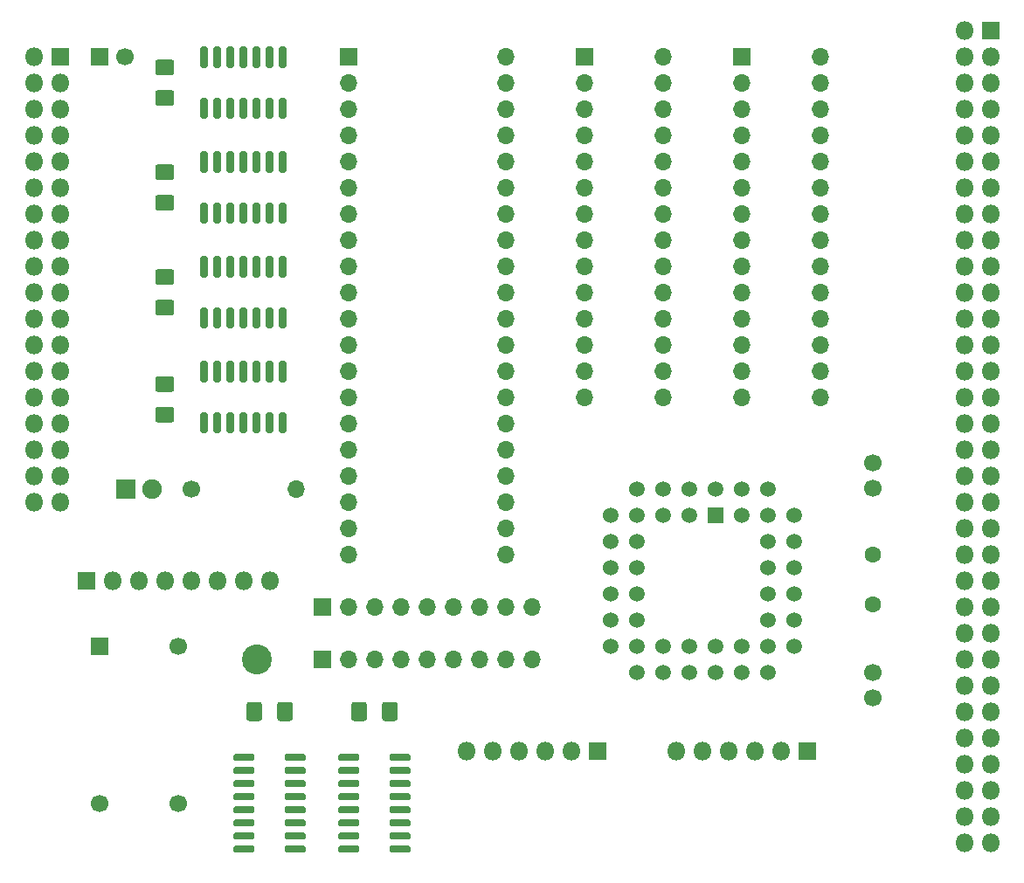
<source format=gts>
%TF.GenerationSoftware,KiCad,Pcbnew,(5.1.6-0-10_14)*%
%TF.CreationDate,2021-04-25T21:39:23+02:00*%
%TF.ProjectId,Z80_Dev_Board,5a38305f-4465-4765-9f42-6f6172642e6b,rev?*%
%TF.SameCoordinates,Original*%
%TF.FileFunction,Soldermask,Top*%
%TF.FilePolarity,Negative*%
%FSLAX46Y46*%
G04 Gerber Fmt 4.6, Leading zero omitted, Abs format (unit mm)*
G04 Created by KiCad (PCBNEW (5.1.6-0-10_14)) date 2021-04-25 21:39:23*
%MOMM*%
%LPD*%
G01*
G04 APERTURE LIST*
%ADD10O,1.800000X1.800000*%
%ADD11R,1.800000X1.800000*%
%ADD12O,1.700000X1.700000*%
%ADD13R,1.700000X1.700000*%
%ADD14C,2.900000*%
%ADD15C,1.700000*%
%ADD16R,1.900000X1.900000*%
%ADD17C,1.900000*%
%ADD18R,1.522400X1.522400*%
%ADD19C,1.522400*%
%ADD20C,1.600000*%
G04 APERTURE END LIST*
D10*
X181610000Y-137160000D03*
X184150000Y-137160000D03*
X181610000Y-134620000D03*
X184150000Y-134620000D03*
X181610000Y-132080000D03*
X184150000Y-132080000D03*
X181610000Y-129540000D03*
X184150000Y-129540000D03*
X181610000Y-127000000D03*
X184150000Y-127000000D03*
X181610000Y-124460000D03*
X184150000Y-124460000D03*
X181610000Y-121920000D03*
X184150000Y-121920000D03*
X181610000Y-119380000D03*
X184150000Y-119380000D03*
X181610000Y-116840000D03*
X184150000Y-116840000D03*
X181610000Y-114300000D03*
X184150000Y-114300000D03*
X181610000Y-111760000D03*
X184150000Y-111760000D03*
X181610000Y-109220000D03*
X184150000Y-109220000D03*
X181610000Y-106680000D03*
X184150000Y-106680000D03*
X181610000Y-104140000D03*
X184150000Y-104140000D03*
X181610000Y-101600000D03*
X184150000Y-101600000D03*
X181610000Y-99060000D03*
X184150000Y-99060000D03*
X181610000Y-96520000D03*
X184150000Y-96520000D03*
X181610000Y-93980000D03*
X184150000Y-93980000D03*
X181610000Y-91440000D03*
X184150000Y-91440000D03*
X181610000Y-88900000D03*
X184150000Y-88900000D03*
X181610000Y-86360000D03*
X184150000Y-86360000D03*
X181610000Y-83820000D03*
X184150000Y-83820000D03*
X181610000Y-81280000D03*
X184150000Y-81280000D03*
X181610000Y-78740000D03*
X184150000Y-78740000D03*
X181610000Y-76200000D03*
X184150000Y-76200000D03*
X181610000Y-73660000D03*
X184150000Y-73660000D03*
X181610000Y-71120000D03*
X184150000Y-71120000D03*
X181610000Y-68580000D03*
X184150000Y-68580000D03*
X181610000Y-66040000D03*
X184150000Y-66040000D03*
X181610000Y-63500000D03*
X184150000Y-63500000D03*
X181610000Y-60960000D03*
X184150000Y-60960000D03*
X181610000Y-58420000D03*
D11*
X184150000Y-58420000D03*
G36*
G01*
X125185000Y-125117456D02*
X125185000Y-123802544D01*
G75*
G02*
X125452544Y-123535000I267544J0D01*
G01*
X126442456Y-123535000D01*
G75*
G02*
X126710000Y-123802544I0J-267544D01*
G01*
X126710000Y-125117456D01*
G75*
G02*
X126442456Y-125385000I-267544J0D01*
G01*
X125452544Y-125385000D01*
G75*
G02*
X125185000Y-125117456I0J267544D01*
G01*
G37*
G36*
G01*
X122210000Y-125117456D02*
X122210000Y-123802544D01*
G75*
G02*
X122477544Y-123535000I267544J0D01*
G01*
X123467456Y-123535000D01*
G75*
G02*
X123735000Y-123802544I0J-267544D01*
G01*
X123735000Y-125117456D01*
G75*
G02*
X123467456Y-125385000I-267544J0D01*
G01*
X122477544Y-125385000D01*
G75*
G02*
X122210000Y-125117456I0J267544D01*
G01*
G37*
G36*
G01*
X125910000Y-129080000D02*
X125910000Y-128730000D01*
G75*
G02*
X126085000Y-128555000I175000J0D01*
G01*
X127785000Y-128555000D01*
G75*
G02*
X127960000Y-128730000I0J-175000D01*
G01*
X127960000Y-129080000D01*
G75*
G02*
X127785000Y-129255000I-175000J0D01*
G01*
X126085000Y-129255000D01*
G75*
G02*
X125910000Y-129080000I0J175000D01*
G01*
G37*
G36*
G01*
X125910000Y-130350000D02*
X125910000Y-130000000D01*
G75*
G02*
X126085000Y-129825000I175000J0D01*
G01*
X127785000Y-129825000D01*
G75*
G02*
X127960000Y-130000000I0J-175000D01*
G01*
X127960000Y-130350000D01*
G75*
G02*
X127785000Y-130525000I-175000J0D01*
G01*
X126085000Y-130525000D01*
G75*
G02*
X125910000Y-130350000I0J175000D01*
G01*
G37*
G36*
G01*
X125910000Y-131620000D02*
X125910000Y-131270000D01*
G75*
G02*
X126085000Y-131095000I175000J0D01*
G01*
X127785000Y-131095000D01*
G75*
G02*
X127960000Y-131270000I0J-175000D01*
G01*
X127960000Y-131620000D01*
G75*
G02*
X127785000Y-131795000I-175000J0D01*
G01*
X126085000Y-131795000D01*
G75*
G02*
X125910000Y-131620000I0J175000D01*
G01*
G37*
G36*
G01*
X125910000Y-132890000D02*
X125910000Y-132540000D01*
G75*
G02*
X126085000Y-132365000I175000J0D01*
G01*
X127785000Y-132365000D01*
G75*
G02*
X127960000Y-132540000I0J-175000D01*
G01*
X127960000Y-132890000D01*
G75*
G02*
X127785000Y-133065000I-175000J0D01*
G01*
X126085000Y-133065000D01*
G75*
G02*
X125910000Y-132890000I0J175000D01*
G01*
G37*
G36*
G01*
X125910000Y-134160000D02*
X125910000Y-133810000D01*
G75*
G02*
X126085000Y-133635000I175000J0D01*
G01*
X127785000Y-133635000D01*
G75*
G02*
X127960000Y-133810000I0J-175000D01*
G01*
X127960000Y-134160000D01*
G75*
G02*
X127785000Y-134335000I-175000J0D01*
G01*
X126085000Y-134335000D01*
G75*
G02*
X125910000Y-134160000I0J175000D01*
G01*
G37*
G36*
G01*
X125910000Y-135430000D02*
X125910000Y-135080000D01*
G75*
G02*
X126085000Y-134905000I175000J0D01*
G01*
X127785000Y-134905000D01*
G75*
G02*
X127960000Y-135080000I0J-175000D01*
G01*
X127960000Y-135430000D01*
G75*
G02*
X127785000Y-135605000I-175000J0D01*
G01*
X126085000Y-135605000D01*
G75*
G02*
X125910000Y-135430000I0J175000D01*
G01*
G37*
G36*
G01*
X125910000Y-136700000D02*
X125910000Y-136350000D01*
G75*
G02*
X126085000Y-136175000I175000J0D01*
G01*
X127785000Y-136175000D01*
G75*
G02*
X127960000Y-136350000I0J-175000D01*
G01*
X127960000Y-136700000D01*
G75*
G02*
X127785000Y-136875000I-175000J0D01*
G01*
X126085000Y-136875000D01*
G75*
G02*
X125910000Y-136700000I0J175000D01*
G01*
G37*
G36*
G01*
X125910000Y-137970000D02*
X125910000Y-137620000D01*
G75*
G02*
X126085000Y-137445000I175000J0D01*
G01*
X127785000Y-137445000D01*
G75*
G02*
X127960000Y-137620000I0J-175000D01*
G01*
X127960000Y-137970000D01*
G75*
G02*
X127785000Y-138145000I-175000J0D01*
G01*
X126085000Y-138145000D01*
G75*
G02*
X125910000Y-137970000I0J175000D01*
G01*
G37*
G36*
G01*
X120960000Y-137970000D02*
X120960000Y-137620000D01*
G75*
G02*
X121135000Y-137445000I175000J0D01*
G01*
X122835000Y-137445000D01*
G75*
G02*
X123010000Y-137620000I0J-175000D01*
G01*
X123010000Y-137970000D01*
G75*
G02*
X122835000Y-138145000I-175000J0D01*
G01*
X121135000Y-138145000D01*
G75*
G02*
X120960000Y-137970000I0J175000D01*
G01*
G37*
G36*
G01*
X120960000Y-136700000D02*
X120960000Y-136350000D01*
G75*
G02*
X121135000Y-136175000I175000J0D01*
G01*
X122835000Y-136175000D01*
G75*
G02*
X123010000Y-136350000I0J-175000D01*
G01*
X123010000Y-136700000D01*
G75*
G02*
X122835000Y-136875000I-175000J0D01*
G01*
X121135000Y-136875000D01*
G75*
G02*
X120960000Y-136700000I0J175000D01*
G01*
G37*
G36*
G01*
X120960000Y-135430000D02*
X120960000Y-135080000D01*
G75*
G02*
X121135000Y-134905000I175000J0D01*
G01*
X122835000Y-134905000D01*
G75*
G02*
X123010000Y-135080000I0J-175000D01*
G01*
X123010000Y-135430000D01*
G75*
G02*
X122835000Y-135605000I-175000J0D01*
G01*
X121135000Y-135605000D01*
G75*
G02*
X120960000Y-135430000I0J175000D01*
G01*
G37*
G36*
G01*
X120960000Y-134160000D02*
X120960000Y-133810000D01*
G75*
G02*
X121135000Y-133635000I175000J0D01*
G01*
X122835000Y-133635000D01*
G75*
G02*
X123010000Y-133810000I0J-175000D01*
G01*
X123010000Y-134160000D01*
G75*
G02*
X122835000Y-134335000I-175000J0D01*
G01*
X121135000Y-134335000D01*
G75*
G02*
X120960000Y-134160000I0J175000D01*
G01*
G37*
G36*
G01*
X120960000Y-132890000D02*
X120960000Y-132540000D01*
G75*
G02*
X121135000Y-132365000I175000J0D01*
G01*
X122835000Y-132365000D01*
G75*
G02*
X123010000Y-132540000I0J-175000D01*
G01*
X123010000Y-132890000D01*
G75*
G02*
X122835000Y-133065000I-175000J0D01*
G01*
X121135000Y-133065000D01*
G75*
G02*
X120960000Y-132890000I0J175000D01*
G01*
G37*
G36*
G01*
X120960000Y-131620000D02*
X120960000Y-131270000D01*
G75*
G02*
X121135000Y-131095000I175000J0D01*
G01*
X122835000Y-131095000D01*
G75*
G02*
X123010000Y-131270000I0J-175000D01*
G01*
X123010000Y-131620000D01*
G75*
G02*
X122835000Y-131795000I-175000J0D01*
G01*
X121135000Y-131795000D01*
G75*
G02*
X120960000Y-131620000I0J175000D01*
G01*
G37*
G36*
G01*
X120960000Y-130350000D02*
X120960000Y-130000000D01*
G75*
G02*
X121135000Y-129825000I175000J0D01*
G01*
X122835000Y-129825000D01*
G75*
G02*
X123010000Y-130000000I0J-175000D01*
G01*
X123010000Y-130350000D01*
G75*
G02*
X122835000Y-130525000I-175000J0D01*
G01*
X121135000Y-130525000D01*
G75*
G02*
X120960000Y-130350000I0J175000D01*
G01*
G37*
G36*
G01*
X120960000Y-129080000D02*
X120960000Y-128730000D01*
G75*
G02*
X121135000Y-128555000I175000J0D01*
G01*
X122835000Y-128555000D01*
G75*
G02*
X123010000Y-128730000I0J-175000D01*
G01*
X123010000Y-129080000D01*
G75*
G02*
X122835000Y-129255000I-175000J0D01*
G01*
X121135000Y-129255000D01*
G75*
G02*
X120960000Y-129080000I0J175000D01*
G01*
G37*
G36*
G01*
X115750000Y-129080000D02*
X115750000Y-128730000D01*
G75*
G02*
X115925000Y-128555000I175000J0D01*
G01*
X117625000Y-128555000D01*
G75*
G02*
X117800000Y-128730000I0J-175000D01*
G01*
X117800000Y-129080000D01*
G75*
G02*
X117625000Y-129255000I-175000J0D01*
G01*
X115925000Y-129255000D01*
G75*
G02*
X115750000Y-129080000I0J175000D01*
G01*
G37*
G36*
G01*
X115750000Y-130350000D02*
X115750000Y-130000000D01*
G75*
G02*
X115925000Y-129825000I175000J0D01*
G01*
X117625000Y-129825000D01*
G75*
G02*
X117800000Y-130000000I0J-175000D01*
G01*
X117800000Y-130350000D01*
G75*
G02*
X117625000Y-130525000I-175000J0D01*
G01*
X115925000Y-130525000D01*
G75*
G02*
X115750000Y-130350000I0J175000D01*
G01*
G37*
G36*
G01*
X115750000Y-131620000D02*
X115750000Y-131270000D01*
G75*
G02*
X115925000Y-131095000I175000J0D01*
G01*
X117625000Y-131095000D01*
G75*
G02*
X117800000Y-131270000I0J-175000D01*
G01*
X117800000Y-131620000D01*
G75*
G02*
X117625000Y-131795000I-175000J0D01*
G01*
X115925000Y-131795000D01*
G75*
G02*
X115750000Y-131620000I0J175000D01*
G01*
G37*
G36*
G01*
X115750000Y-132890000D02*
X115750000Y-132540000D01*
G75*
G02*
X115925000Y-132365000I175000J0D01*
G01*
X117625000Y-132365000D01*
G75*
G02*
X117800000Y-132540000I0J-175000D01*
G01*
X117800000Y-132890000D01*
G75*
G02*
X117625000Y-133065000I-175000J0D01*
G01*
X115925000Y-133065000D01*
G75*
G02*
X115750000Y-132890000I0J175000D01*
G01*
G37*
G36*
G01*
X115750000Y-134160000D02*
X115750000Y-133810000D01*
G75*
G02*
X115925000Y-133635000I175000J0D01*
G01*
X117625000Y-133635000D01*
G75*
G02*
X117800000Y-133810000I0J-175000D01*
G01*
X117800000Y-134160000D01*
G75*
G02*
X117625000Y-134335000I-175000J0D01*
G01*
X115925000Y-134335000D01*
G75*
G02*
X115750000Y-134160000I0J175000D01*
G01*
G37*
G36*
G01*
X115750000Y-135430000D02*
X115750000Y-135080000D01*
G75*
G02*
X115925000Y-134905000I175000J0D01*
G01*
X117625000Y-134905000D01*
G75*
G02*
X117800000Y-135080000I0J-175000D01*
G01*
X117800000Y-135430000D01*
G75*
G02*
X117625000Y-135605000I-175000J0D01*
G01*
X115925000Y-135605000D01*
G75*
G02*
X115750000Y-135430000I0J175000D01*
G01*
G37*
G36*
G01*
X115750000Y-136700000D02*
X115750000Y-136350000D01*
G75*
G02*
X115925000Y-136175000I175000J0D01*
G01*
X117625000Y-136175000D01*
G75*
G02*
X117800000Y-136350000I0J-175000D01*
G01*
X117800000Y-136700000D01*
G75*
G02*
X117625000Y-136875000I-175000J0D01*
G01*
X115925000Y-136875000D01*
G75*
G02*
X115750000Y-136700000I0J175000D01*
G01*
G37*
G36*
G01*
X115750000Y-137970000D02*
X115750000Y-137620000D01*
G75*
G02*
X115925000Y-137445000I175000J0D01*
G01*
X117625000Y-137445000D01*
G75*
G02*
X117800000Y-137620000I0J-175000D01*
G01*
X117800000Y-137970000D01*
G75*
G02*
X117625000Y-138145000I-175000J0D01*
G01*
X115925000Y-138145000D01*
G75*
G02*
X115750000Y-137970000I0J175000D01*
G01*
G37*
G36*
G01*
X110800000Y-137970000D02*
X110800000Y-137620000D01*
G75*
G02*
X110975000Y-137445000I175000J0D01*
G01*
X112675000Y-137445000D01*
G75*
G02*
X112850000Y-137620000I0J-175000D01*
G01*
X112850000Y-137970000D01*
G75*
G02*
X112675000Y-138145000I-175000J0D01*
G01*
X110975000Y-138145000D01*
G75*
G02*
X110800000Y-137970000I0J175000D01*
G01*
G37*
G36*
G01*
X110800000Y-136700000D02*
X110800000Y-136350000D01*
G75*
G02*
X110975000Y-136175000I175000J0D01*
G01*
X112675000Y-136175000D01*
G75*
G02*
X112850000Y-136350000I0J-175000D01*
G01*
X112850000Y-136700000D01*
G75*
G02*
X112675000Y-136875000I-175000J0D01*
G01*
X110975000Y-136875000D01*
G75*
G02*
X110800000Y-136700000I0J175000D01*
G01*
G37*
G36*
G01*
X110800000Y-135430000D02*
X110800000Y-135080000D01*
G75*
G02*
X110975000Y-134905000I175000J0D01*
G01*
X112675000Y-134905000D01*
G75*
G02*
X112850000Y-135080000I0J-175000D01*
G01*
X112850000Y-135430000D01*
G75*
G02*
X112675000Y-135605000I-175000J0D01*
G01*
X110975000Y-135605000D01*
G75*
G02*
X110800000Y-135430000I0J175000D01*
G01*
G37*
G36*
G01*
X110800000Y-134160000D02*
X110800000Y-133810000D01*
G75*
G02*
X110975000Y-133635000I175000J0D01*
G01*
X112675000Y-133635000D01*
G75*
G02*
X112850000Y-133810000I0J-175000D01*
G01*
X112850000Y-134160000D01*
G75*
G02*
X112675000Y-134335000I-175000J0D01*
G01*
X110975000Y-134335000D01*
G75*
G02*
X110800000Y-134160000I0J175000D01*
G01*
G37*
G36*
G01*
X110800000Y-132890000D02*
X110800000Y-132540000D01*
G75*
G02*
X110975000Y-132365000I175000J0D01*
G01*
X112675000Y-132365000D01*
G75*
G02*
X112850000Y-132540000I0J-175000D01*
G01*
X112850000Y-132890000D01*
G75*
G02*
X112675000Y-133065000I-175000J0D01*
G01*
X110975000Y-133065000D01*
G75*
G02*
X110800000Y-132890000I0J175000D01*
G01*
G37*
G36*
G01*
X110800000Y-131620000D02*
X110800000Y-131270000D01*
G75*
G02*
X110975000Y-131095000I175000J0D01*
G01*
X112675000Y-131095000D01*
G75*
G02*
X112850000Y-131270000I0J-175000D01*
G01*
X112850000Y-131620000D01*
G75*
G02*
X112675000Y-131795000I-175000J0D01*
G01*
X110975000Y-131795000D01*
G75*
G02*
X110800000Y-131620000I0J175000D01*
G01*
G37*
G36*
G01*
X110800000Y-130350000D02*
X110800000Y-130000000D01*
G75*
G02*
X110975000Y-129825000I175000J0D01*
G01*
X112675000Y-129825000D01*
G75*
G02*
X112850000Y-130000000I0J-175000D01*
G01*
X112850000Y-130350000D01*
G75*
G02*
X112675000Y-130525000I-175000J0D01*
G01*
X110975000Y-130525000D01*
G75*
G02*
X110800000Y-130350000I0J175000D01*
G01*
G37*
G36*
G01*
X110800000Y-129080000D02*
X110800000Y-128730000D01*
G75*
G02*
X110975000Y-128555000I175000J0D01*
G01*
X112675000Y-128555000D01*
G75*
G02*
X112850000Y-128730000I0J-175000D01*
G01*
X112850000Y-129080000D01*
G75*
G02*
X112675000Y-129255000I-175000J0D01*
G01*
X110975000Y-129255000D01*
G75*
G02*
X110800000Y-129080000I0J175000D01*
G01*
G37*
D12*
X167640000Y-60960000D03*
X160020000Y-93980000D03*
X167640000Y-63500000D03*
X160020000Y-91440000D03*
X167640000Y-66040000D03*
X160020000Y-88900000D03*
X167640000Y-68580000D03*
X160020000Y-86360000D03*
X167640000Y-71120000D03*
X160020000Y-83820000D03*
X167640000Y-73660000D03*
X160020000Y-81280000D03*
X167640000Y-76200000D03*
X160020000Y-78740000D03*
X167640000Y-78740000D03*
X160020000Y-76200000D03*
X167640000Y-81280000D03*
X160020000Y-73660000D03*
X167640000Y-83820000D03*
X160020000Y-71120000D03*
X167640000Y-86360000D03*
X160020000Y-68580000D03*
X167640000Y-88900000D03*
X160020000Y-66040000D03*
X167640000Y-91440000D03*
X160020000Y-63500000D03*
X167640000Y-93980000D03*
D13*
X160020000Y-60960000D03*
G36*
G01*
X108125000Y-92530000D02*
X107775000Y-92530000D01*
G75*
G02*
X107600000Y-92355000I0J175000D01*
G01*
X107600000Y-90655000D01*
G75*
G02*
X107775000Y-90480000I175000J0D01*
G01*
X108125000Y-90480000D01*
G75*
G02*
X108300000Y-90655000I0J-175000D01*
G01*
X108300000Y-92355000D01*
G75*
G02*
X108125000Y-92530000I-175000J0D01*
G01*
G37*
G36*
G01*
X109395000Y-92530000D02*
X109045000Y-92530000D01*
G75*
G02*
X108870000Y-92355000I0J175000D01*
G01*
X108870000Y-90655000D01*
G75*
G02*
X109045000Y-90480000I175000J0D01*
G01*
X109395000Y-90480000D01*
G75*
G02*
X109570000Y-90655000I0J-175000D01*
G01*
X109570000Y-92355000D01*
G75*
G02*
X109395000Y-92530000I-175000J0D01*
G01*
G37*
G36*
G01*
X110665000Y-92530000D02*
X110315000Y-92530000D01*
G75*
G02*
X110140000Y-92355000I0J175000D01*
G01*
X110140000Y-90655000D01*
G75*
G02*
X110315000Y-90480000I175000J0D01*
G01*
X110665000Y-90480000D01*
G75*
G02*
X110840000Y-90655000I0J-175000D01*
G01*
X110840000Y-92355000D01*
G75*
G02*
X110665000Y-92530000I-175000J0D01*
G01*
G37*
G36*
G01*
X111935000Y-92530000D02*
X111585000Y-92530000D01*
G75*
G02*
X111410000Y-92355000I0J175000D01*
G01*
X111410000Y-90655000D01*
G75*
G02*
X111585000Y-90480000I175000J0D01*
G01*
X111935000Y-90480000D01*
G75*
G02*
X112110000Y-90655000I0J-175000D01*
G01*
X112110000Y-92355000D01*
G75*
G02*
X111935000Y-92530000I-175000J0D01*
G01*
G37*
G36*
G01*
X113205000Y-92530000D02*
X112855000Y-92530000D01*
G75*
G02*
X112680000Y-92355000I0J175000D01*
G01*
X112680000Y-90655000D01*
G75*
G02*
X112855000Y-90480000I175000J0D01*
G01*
X113205000Y-90480000D01*
G75*
G02*
X113380000Y-90655000I0J-175000D01*
G01*
X113380000Y-92355000D01*
G75*
G02*
X113205000Y-92530000I-175000J0D01*
G01*
G37*
G36*
G01*
X114475000Y-92530000D02*
X114125000Y-92530000D01*
G75*
G02*
X113950000Y-92355000I0J175000D01*
G01*
X113950000Y-90655000D01*
G75*
G02*
X114125000Y-90480000I175000J0D01*
G01*
X114475000Y-90480000D01*
G75*
G02*
X114650000Y-90655000I0J-175000D01*
G01*
X114650000Y-92355000D01*
G75*
G02*
X114475000Y-92530000I-175000J0D01*
G01*
G37*
G36*
G01*
X115745000Y-92530000D02*
X115395000Y-92530000D01*
G75*
G02*
X115220000Y-92355000I0J175000D01*
G01*
X115220000Y-90655000D01*
G75*
G02*
X115395000Y-90480000I175000J0D01*
G01*
X115745000Y-90480000D01*
G75*
G02*
X115920000Y-90655000I0J-175000D01*
G01*
X115920000Y-92355000D01*
G75*
G02*
X115745000Y-92530000I-175000J0D01*
G01*
G37*
G36*
G01*
X115745000Y-97480000D02*
X115395000Y-97480000D01*
G75*
G02*
X115220000Y-97305000I0J175000D01*
G01*
X115220000Y-95605000D01*
G75*
G02*
X115395000Y-95430000I175000J0D01*
G01*
X115745000Y-95430000D01*
G75*
G02*
X115920000Y-95605000I0J-175000D01*
G01*
X115920000Y-97305000D01*
G75*
G02*
X115745000Y-97480000I-175000J0D01*
G01*
G37*
G36*
G01*
X114475000Y-97480000D02*
X114125000Y-97480000D01*
G75*
G02*
X113950000Y-97305000I0J175000D01*
G01*
X113950000Y-95605000D01*
G75*
G02*
X114125000Y-95430000I175000J0D01*
G01*
X114475000Y-95430000D01*
G75*
G02*
X114650000Y-95605000I0J-175000D01*
G01*
X114650000Y-97305000D01*
G75*
G02*
X114475000Y-97480000I-175000J0D01*
G01*
G37*
G36*
G01*
X113205000Y-97480000D02*
X112855000Y-97480000D01*
G75*
G02*
X112680000Y-97305000I0J175000D01*
G01*
X112680000Y-95605000D01*
G75*
G02*
X112855000Y-95430000I175000J0D01*
G01*
X113205000Y-95430000D01*
G75*
G02*
X113380000Y-95605000I0J-175000D01*
G01*
X113380000Y-97305000D01*
G75*
G02*
X113205000Y-97480000I-175000J0D01*
G01*
G37*
G36*
G01*
X111935000Y-97480000D02*
X111585000Y-97480000D01*
G75*
G02*
X111410000Y-97305000I0J175000D01*
G01*
X111410000Y-95605000D01*
G75*
G02*
X111585000Y-95430000I175000J0D01*
G01*
X111935000Y-95430000D01*
G75*
G02*
X112110000Y-95605000I0J-175000D01*
G01*
X112110000Y-97305000D01*
G75*
G02*
X111935000Y-97480000I-175000J0D01*
G01*
G37*
G36*
G01*
X110665000Y-97480000D02*
X110315000Y-97480000D01*
G75*
G02*
X110140000Y-97305000I0J175000D01*
G01*
X110140000Y-95605000D01*
G75*
G02*
X110315000Y-95430000I175000J0D01*
G01*
X110665000Y-95430000D01*
G75*
G02*
X110840000Y-95605000I0J-175000D01*
G01*
X110840000Y-97305000D01*
G75*
G02*
X110665000Y-97480000I-175000J0D01*
G01*
G37*
G36*
G01*
X109395000Y-97480000D02*
X109045000Y-97480000D01*
G75*
G02*
X108870000Y-97305000I0J175000D01*
G01*
X108870000Y-95605000D01*
G75*
G02*
X109045000Y-95430000I175000J0D01*
G01*
X109395000Y-95430000D01*
G75*
G02*
X109570000Y-95605000I0J-175000D01*
G01*
X109570000Y-97305000D01*
G75*
G02*
X109395000Y-97480000I-175000J0D01*
G01*
G37*
G36*
G01*
X108125000Y-97480000D02*
X107775000Y-97480000D01*
G75*
G02*
X107600000Y-97305000I0J175000D01*
G01*
X107600000Y-95605000D01*
G75*
G02*
X107775000Y-95430000I175000J0D01*
G01*
X108125000Y-95430000D01*
G75*
G02*
X108300000Y-95605000I0J-175000D01*
G01*
X108300000Y-97305000D01*
G75*
G02*
X108125000Y-97480000I-175000J0D01*
G01*
G37*
D12*
X152400000Y-60960000D03*
X144780000Y-93980000D03*
X152400000Y-63500000D03*
X144780000Y-91440000D03*
X152400000Y-66040000D03*
X144780000Y-88900000D03*
X152400000Y-68580000D03*
X144780000Y-86360000D03*
X152400000Y-71120000D03*
X144780000Y-83820000D03*
X152400000Y-73660000D03*
X144780000Y-81280000D03*
X152400000Y-76200000D03*
X144780000Y-78740000D03*
X152400000Y-78740000D03*
X144780000Y-76200000D03*
X152400000Y-81280000D03*
X144780000Y-73660000D03*
X152400000Y-83820000D03*
X144780000Y-71120000D03*
X152400000Y-86360000D03*
X144780000Y-68580000D03*
X152400000Y-88900000D03*
X144780000Y-66040000D03*
X152400000Y-91440000D03*
X144780000Y-63500000D03*
X152400000Y-93980000D03*
D13*
X144780000Y-60960000D03*
G36*
G01*
X108125000Y-62050000D02*
X107775000Y-62050000D01*
G75*
G02*
X107600000Y-61875000I0J175000D01*
G01*
X107600000Y-60175000D01*
G75*
G02*
X107775000Y-60000000I175000J0D01*
G01*
X108125000Y-60000000D01*
G75*
G02*
X108300000Y-60175000I0J-175000D01*
G01*
X108300000Y-61875000D01*
G75*
G02*
X108125000Y-62050000I-175000J0D01*
G01*
G37*
G36*
G01*
X109395000Y-62050000D02*
X109045000Y-62050000D01*
G75*
G02*
X108870000Y-61875000I0J175000D01*
G01*
X108870000Y-60175000D01*
G75*
G02*
X109045000Y-60000000I175000J0D01*
G01*
X109395000Y-60000000D01*
G75*
G02*
X109570000Y-60175000I0J-175000D01*
G01*
X109570000Y-61875000D01*
G75*
G02*
X109395000Y-62050000I-175000J0D01*
G01*
G37*
G36*
G01*
X110665000Y-62050000D02*
X110315000Y-62050000D01*
G75*
G02*
X110140000Y-61875000I0J175000D01*
G01*
X110140000Y-60175000D01*
G75*
G02*
X110315000Y-60000000I175000J0D01*
G01*
X110665000Y-60000000D01*
G75*
G02*
X110840000Y-60175000I0J-175000D01*
G01*
X110840000Y-61875000D01*
G75*
G02*
X110665000Y-62050000I-175000J0D01*
G01*
G37*
G36*
G01*
X111935000Y-62050000D02*
X111585000Y-62050000D01*
G75*
G02*
X111410000Y-61875000I0J175000D01*
G01*
X111410000Y-60175000D01*
G75*
G02*
X111585000Y-60000000I175000J0D01*
G01*
X111935000Y-60000000D01*
G75*
G02*
X112110000Y-60175000I0J-175000D01*
G01*
X112110000Y-61875000D01*
G75*
G02*
X111935000Y-62050000I-175000J0D01*
G01*
G37*
G36*
G01*
X113205000Y-62050000D02*
X112855000Y-62050000D01*
G75*
G02*
X112680000Y-61875000I0J175000D01*
G01*
X112680000Y-60175000D01*
G75*
G02*
X112855000Y-60000000I175000J0D01*
G01*
X113205000Y-60000000D01*
G75*
G02*
X113380000Y-60175000I0J-175000D01*
G01*
X113380000Y-61875000D01*
G75*
G02*
X113205000Y-62050000I-175000J0D01*
G01*
G37*
G36*
G01*
X114475000Y-62050000D02*
X114125000Y-62050000D01*
G75*
G02*
X113950000Y-61875000I0J175000D01*
G01*
X113950000Y-60175000D01*
G75*
G02*
X114125000Y-60000000I175000J0D01*
G01*
X114475000Y-60000000D01*
G75*
G02*
X114650000Y-60175000I0J-175000D01*
G01*
X114650000Y-61875000D01*
G75*
G02*
X114475000Y-62050000I-175000J0D01*
G01*
G37*
G36*
G01*
X115745000Y-62050000D02*
X115395000Y-62050000D01*
G75*
G02*
X115220000Y-61875000I0J175000D01*
G01*
X115220000Y-60175000D01*
G75*
G02*
X115395000Y-60000000I175000J0D01*
G01*
X115745000Y-60000000D01*
G75*
G02*
X115920000Y-60175000I0J-175000D01*
G01*
X115920000Y-61875000D01*
G75*
G02*
X115745000Y-62050000I-175000J0D01*
G01*
G37*
G36*
G01*
X115745000Y-67000000D02*
X115395000Y-67000000D01*
G75*
G02*
X115220000Y-66825000I0J175000D01*
G01*
X115220000Y-65125000D01*
G75*
G02*
X115395000Y-64950000I175000J0D01*
G01*
X115745000Y-64950000D01*
G75*
G02*
X115920000Y-65125000I0J-175000D01*
G01*
X115920000Y-66825000D01*
G75*
G02*
X115745000Y-67000000I-175000J0D01*
G01*
G37*
G36*
G01*
X114475000Y-67000000D02*
X114125000Y-67000000D01*
G75*
G02*
X113950000Y-66825000I0J175000D01*
G01*
X113950000Y-65125000D01*
G75*
G02*
X114125000Y-64950000I175000J0D01*
G01*
X114475000Y-64950000D01*
G75*
G02*
X114650000Y-65125000I0J-175000D01*
G01*
X114650000Y-66825000D01*
G75*
G02*
X114475000Y-67000000I-175000J0D01*
G01*
G37*
G36*
G01*
X113205000Y-67000000D02*
X112855000Y-67000000D01*
G75*
G02*
X112680000Y-66825000I0J175000D01*
G01*
X112680000Y-65125000D01*
G75*
G02*
X112855000Y-64950000I175000J0D01*
G01*
X113205000Y-64950000D01*
G75*
G02*
X113380000Y-65125000I0J-175000D01*
G01*
X113380000Y-66825000D01*
G75*
G02*
X113205000Y-67000000I-175000J0D01*
G01*
G37*
G36*
G01*
X111935000Y-67000000D02*
X111585000Y-67000000D01*
G75*
G02*
X111410000Y-66825000I0J175000D01*
G01*
X111410000Y-65125000D01*
G75*
G02*
X111585000Y-64950000I175000J0D01*
G01*
X111935000Y-64950000D01*
G75*
G02*
X112110000Y-65125000I0J-175000D01*
G01*
X112110000Y-66825000D01*
G75*
G02*
X111935000Y-67000000I-175000J0D01*
G01*
G37*
G36*
G01*
X110665000Y-67000000D02*
X110315000Y-67000000D01*
G75*
G02*
X110140000Y-66825000I0J175000D01*
G01*
X110140000Y-65125000D01*
G75*
G02*
X110315000Y-64950000I175000J0D01*
G01*
X110665000Y-64950000D01*
G75*
G02*
X110840000Y-65125000I0J-175000D01*
G01*
X110840000Y-66825000D01*
G75*
G02*
X110665000Y-67000000I-175000J0D01*
G01*
G37*
G36*
G01*
X109395000Y-67000000D02*
X109045000Y-67000000D01*
G75*
G02*
X108870000Y-66825000I0J175000D01*
G01*
X108870000Y-65125000D01*
G75*
G02*
X109045000Y-64950000I175000J0D01*
G01*
X109395000Y-64950000D01*
G75*
G02*
X109570000Y-65125000I0J-175000D01*
G01*
X109570000Y-66825000D01*
G75*
G02*
X109395000Y-67000000I-175000J0D01*
G01*
G37*
G36*
G01*
X108125000Y-67000000D02*
X107775000Y-67000000D01*
G75*
G02*
X107600000Y-66825000I0J175000D01*
G01*
X107600000Y-65125000D01*
G75*
G02*
X107775000Y-64950000I175000J0D01*
G01*
X108125000Y-64950000D01*
G75*
G02*
X108300000Y-65125000I0J-175000D01*
G01*
X108300000Y-66825000D01*
G75*
G02*
X108125000Y-67000000I-175000J0D01*
G01*
G37*
G36*
G01*
X108125000Y-72210000D02*
X107775000Y-72210000D01*
G75*
G02*
X107600000Y-72035000I0J175000D01*
G01*
X107600000Y-70335000D01*
G75*
G02*
X107775000Y-70160000I175000J0D01*
G01*
X108125000Y-70160000D01*
G75*
G02*
X108300000Y-70335000I0J-175000D01*
G01*
X108300000Y-72035000D01*
G75*
G02*
X108125000Y-72210000I-175000J0D01*
G01*
G37*
G36*
G01*
X109395000Y-72210000D02*
X109045000Y-72210000D01*
G75*
G02*
X108870000Y-72035000I0J175000D01*
G01*
X108870000Y-70335000D01*
G75*
G02*
X109045000Y-70160000I175000J0D01*
G01*
X109395000Y-70160000D01*
G75*
G02*
X109570000Y-70335000I0J-175000D01*
G01*
X109570000Y-72035000D01*
G75*
G02*
X109395000Y-72210000I-175000J0D01*
G01*
G37*
G36*
G01*
X110665000Y-72210000D02*
X110315000Y-72210000D01*
G75*
G02*
X110140000Y-72035000I0J175000D01*
G01*
X110140000Y-70335000D01*
G75*
G02*
X110315000Y-70160000I175000J0D01*
G01*
X110665000Y-70160000D01*
G75*
G02*
X110840000Y-70335000I0J-175000D01*
G01*
X110840000Y-72035000D01*
G75*
G02*
X110665000Y-72210000I-175000J0D01*
G01*
G37*
G36*
G01*
X111935000Y-72210000D02*
X111585000Y-72210000D01*
G75*
G02*
X111410000Y-72035000I0J175000D01*
G01*
X111410000Y-70335000D01*
G75*
G02*
X111585000Y-70160000I175000J0D01*
G01*
X111935000Y-70160000D01*
G75*
G02*
X112110000Y-70335000I0J-175000D01*
G01*
X112110000Y-72035000D01*
G75*
G02*
X111935000Y-72210000I-175000J0D01*
G01*
G37*
G36*
G01*
X113205000Y-72210000D02*
X112855000Y-72210000D01*
G75*
G02*
X112680000Y-72035000I0J175000D01*
G01*
X112680000Y-70335000D01*
G75*
G02*
X112855000Y-70160000I175000J0D01*
G01*
X113205000Y-70160000D01*
G75*
G02*
X113380000Y-70335000I0J-175000D01*
G01*
X113380000Y-72035000D01*
G75*
G02*
X113205000Y-72210000I-175000J0D01*
G01*
G37*
G36*
G01*
X114475000Y-72210000D02*
X114125000Y-72210000D01*
G75*
G02*
X113950000Y-72035000I0J175000D01*
G01*
X113950000Y-70335000D01*
G75*
G02*
X114125000Y-70160000I175000J0D01*
G01*
X114475000Y-70160000D01*
G75*
G02*
X114650000Y-70335000I0J-175000D01*
G01*
X114650000Y-72035000D01*
G75*
G02*
X114475000Y-72210000I-175000J0D01*
G01*
G37*
G36*
G01*
X115745000Y-72210000D02*
X115395000Y-72210000D01*
G75*
G02*
X115220000Y-72035000I0J175000D01*
G01*
X115220000Y-70335000D01*
G75*
G02*
X115395000Y-70160000I175000J0D01*
G01*
X115745000Y-70160000D01*
G75*
G02*
X115920000Y-70335000I0J-175000D01*
G01*
X115920000Y-72035000D01*
G75*
G02*
X115745000Y-72210000I-175000J0D01*
G01*
G37*
G36*
G01*
X115745000Y-77160000D02*
X115395000Y-77160000D01*
G75*
G02*
X115220000Y-76985000I0J175000D01*
G01*
X115220000Y-75285000D01*
G75*
G02*
X115395000Y-75110000I175000J0D01*
G01*
X115745000Y-75110000D01*
G75*
G02*
X115920000Y-75285000I0J-175000D01*
G01*
X115920000Y-76985000D01*
G75*
G02*
X115745000Y-77160000I-175000J0D01*
G01*
G37*
G36*
G01*
X114475000Y-77160000D02*
X114125000Y-77160000D01*
G75*
G02*
X113950000Y-76985000I0J175000D01*
G01*
X113950000Y-75285000D01*
G75*
G02*
X114125000Y-75110000I175000J0D01*
G01*
X114475000Y-75110000D01*
G75*
G02*
X114650000Y-75285000I0J-175000D01*
G01*
X114650000Y-76985000D01*
G75*
G02*
X114475000Y-77160000I-175000J0D01*
G01*
G37*
G36*
G01*
X113205000Y-77160000D02*
X112855000Y-77160000D01*
G75*
G02*
X112680000Y-76985000I0J175000D01*
G01*
X112680000Y-75285000D01*
G75*
G02*
X112855000Y-75110000I175000J0D01*
G01*
X113205000Y-75110000D01*
G75*
G02*
X113380000Y-75285000I0J-175000D01*
G01*
X113380000Y-76985000D01*
G75*
G02*
X113205000Y-77160000I-175000J0D01*
G01*
G37*
G36*
G01*
X111935000Y-77160000D02*
X111585000Y-77160000D01*
G75*
G02*
X111410000Y-76985000I0J175000D01*
G01*
X111410000Y-75285000D01*
G75*
G02*
X111585000Y-75110000I175000J0D01*
G01*
X111935000Y-75110000D01*
G75*
G02*
X112110000Y-75285000I0J-175000D01*
G01*
X112110000Y-76985000D01*
G75*
G02*
X111935000Y-77160000I-175000J0D01*
G01*
G37*
G36*
G01*
X110665000Y-77160000D02*
X110315000Y-77160000D01*
G75*
G02*
X110140000Y-76985000I0J175000D01*
G01*
X110140000Y-75285000D01*
G75*
G02*
X110315000Y-75110000I175000J0D01*
G01*
X110665000Y-75110000D01*
G75*
G02*
X110840000Y-75285000I0J-175000D01*
G01*
X110840000Y-76985000D01*
G75*
G02*
X110665000Y-77160000I-175000J0D01*
G01*
G37*
G36*
G01*
X109395000Y-77160000D02*
X109045000Y-77160000D01*
G75*
G02*
X108870000Y-76985000I0J175000D01*
G01*
X108870000Y-75285000D01*
G75*
G02*
X109045000Y-75110000I175000J0D01*
G01*
X109395000Y-75110000D01*
G75*
G02*
X109570000Y-75285000I0J-175000D01*
G01*
X109570000Y-76985000D01*
G75*
G02*
X109395000Y-77160000I-175000J0D01*
G01*
G37*
G36*
G01*
X108125000Y-77160000D02*
X107775000Y-77160000D01*
G75*
G02*
X107600000Y-76985000I0J175000D01*
G01*
X107600000Y-75285000D01*
G75*
G02*
X107775000Y-75110000I175000J0D01*
G01*
X108125000Y-75110000D01*
G75*
G02*
X108300000Y-75285000I0J-175000D01*
G01*
X108300000Y-76985000D01*
G75*
G02*
X108125000Y-77160000I-175000J0D01*
G01*
G37*
G36*
G01*
X108125000Y-82370000D02*
X107775000Y-82370000D01*
G75*
G02*
X107600000Y-82195000I0J175000D01*
G01*
X107600000Y-80495000D01*
G75*
G02*
X107775000Y-80320000I175000J0D01*
G01*
X108125000Y-80320000D01*
G75*
G02*
X108300000Y-80495000I0J-175000D01*
G01*
X108300000Y-82195000D01*
G75*
G02*
X108125000Y-82370000I-175000J0D01*
G01*
G37*
G36*
G01*
X109395000Y-82370000D02*
X109045000Y-82370000D01*
G75*
G02*
X108870000Y-82195000I0J175000D01*
G01*
X108870000Y-80495000D01*
G75*
G02*
X109045000Y-80320000I175000J0D01*
G01*
X109395000Y-80320000D01*
G75*
G02*
X109570000Y-80495000I0J-175000D01*
G01*
X109570000Y-82195000D01*
G75*
G02*
X109395000Y-82370000I-175000J0D01*
G01*
G37*
G36*
G01*
X110665000Y-82370000D02*
X110315000Y-82370000D01*
G75*
G02*
X110140000Y-82195000I0J175000D01*
G01*
X110140000Y-80495000D01*
G75*
G02*
X110315000Y-80320000I175000J0D01*
G01*
X110665000Y-80320000D01*
G75*
G02*
X110840000Y-80495000I0J-175000D01*
G01*
X110840000Y-82195000D01*
G75*
G02*
X110665000Y-82370000I-175000J0D01*
G01*
G37*
G36*
G01*
X111935000Y-82370000D02*
X111585000Y-82370000D01*
G75*
G02*
X111410000Y-82195000I0J175000D01*
G01*
X111410000Y-80495000D01*
G75*
G02*
X111585000Y-80320000I175000J0D01*
G01*
X111935000Y-80320000D01*
G75*
G02*
X112110000Y-80495000I0J-175000D01*
G01*
X112110000Y-82195000D01*
G75*
G02*
X111935000Y-82370000I-175000J0D01*
G01*
G37*
G36*
G01*
X113205000Y-82370000D02*
X112855000Y-82370000D01*
G75*
G02*
X112680000Y-82195000I0J175000D01*
G01*
X112680000Y-80495000D01*
G75*
G02*
X112855000Y-80320000I175000J0D01*
G01*
X113205000Y-80320000D01*
G75*
G02*
X113380000Y-80495000I0J-175000D01*
G01*
X113380000Y-82195000D01*
G75*
G02*
X113205000Y-82370000I-175000J0D01*
G01*
G37*
G36*
G01*
X114475000Y-82370000D02*
X114125000Y-82370000D01*
G75*
G02*
X113950000Y-82195000I0J175000D01*
G01*
X113950000Y-80495000D01*
G75*
G02*
X114125000Y-80320000I175000J0D01*
G01*
X114475000Y-80320000D01*
G75*
G02*
X114650000Y-80495000I0J-175000D01*
G01*
X114650000Y-82195000D01*
G75*
G02*
X114475000Y-82370000I-175000J0D01*
G01*
G37*
G36*
G01*
X115745000Y-82370000D02*
X115395000Y-82370000D01*
G75*
G02*
X115220000Y-82195000I0J175000D01*
G01*
X115220000Y-80495000D01*
G75*
G02*
X115395000Y-80320000I175000J0D01*
G01*
X115745000Y-80320000D01*
G75*
G02*
X115920000Y-80495000I0J-175000D01*
G01*
X115920000Y-82195000D01*
G75*
G02*
X115745000Y-82370000I-175000J0D01*
G01*
G37*
G36*
G01*
X115745000Y-87320000D02*
X115395000Y-87320000D01*
G75*
G02*
X115220000Y-87145000I0J175000D01*
G01*
X115220000Y-85445000D01*
G75*
G02*
X115395000Y-85270000I175000J0D01*
G01*
X115745000Y-85270000D01*
G75*
G02*
X115920000Y-85445000I0J-175000D01*
G01*
X115920000Y-87145000D01*
G75*
G02*
X115745000Y-87320000I-175000J0D01*
G01*
G37*
G36*
G01*
X114475000Y-87320000D02*
X114125000Y-87320000D01*
G75*
G02*
X113950000Y-87145000I0J175000D01*
G01*
X113950000Y-85445000D01*
G75*
G02*
X114125000Y-85270000I175000J0D01*
G01*
X114475000Y-85270000D01*
G75*
G02*
X114650000Y-85445000I0J-175000D01*
G01*
X114650000Y-87145000D01*
G75*
G02*
X114475000Y-87320000I-175000J0D01*
G01*
G37*
G36*
G01*
X113205000Y-87320000D02*
X112855000Y-87320000D01*
G75*
G02*
X112680000Y-87145000I0J175000D01*
G01*
X112680000Y-85445000D01*
G75*
G02*
X112855000Y-85270000I175000J0D01*
G01*
X113205000Y-85270000D01*
G75*
G02*
X113380000Y-85445000I0J-175000D01*
G01*
X113380000Y-87145000D01*
G75*
G02*
X113205000Y-87320000I-175000J0D01*
G01*
G37*
G36*
G01*
X111935000Y-87320000D02*
X111585000Y-87320000D01*
G75*
G02*
X111410000Y-87145000I0J175000D01*
G01*
X111410000Y-85445000D01*
G75*
G02*
X111585000Y-85270000I175000J0D01*
G01*
X111935000Y-85270000D01*
G75*
G02*
X112110000Y-85445000I0J-175000D01*
G01*
X112110000Y-87145000D01*
G75*
G02*
X111935000Y-87320000I-175000J0D01*
G01*
G37*
G36*
G01*
X110665000Y-87320000D02*
X110315000Y-87320000D01*
G75*
G02*
X110140000Y-87145000I0J175000D01*
G01*
X110140000Y-85445000D01*
G75*
G02*
X110315000Y-85270000I175000J0D01*
G01*
X110665000Y-85270000D01*
G75*
G02*
X110840000Y-85445000I0J-175000D01*
G01*
X110840000Y-87145000D01*
G75*
G02*
X110665000Y-87320000I-175000J0D01*
G01*
G37*
G36*
G01*
X109395000Y-87320000D02*
X109045000Y-87320000D01*
G75*
G02*
X108870000Y-87145000I0J175000D01*
G01*
X108870000Y-85445000D01*
G75*
G02*
X109045000Y-85270000I175000J0D01*
G01*
X109395000Y-85270000D01*
G75*
G02*
X109570000Y-85445000I0J-175000D01*
G01*
X109570000Y-87145000D01*
G75*
G02*
X109395000Y-87320000I-175000J0D01*
G01*
G37*
G36*
G01*
X108125000Y-87320000D02*
X107775000Y-87320000D01*
G75*
G02*
X107600000Y-87145000I0J175000D01*
G01*
X107600000Y-85445000D01*
G75*
G02*
X107775000Y-85270000I175000J0D01*
G01*
X108125000Y-85270000D01*
G75*
G02*
X108300000Y-85445000I0J-175000D01*
G01*
X108300000Y-87145000D01*
G75*
G02*
X108125000Y-87320000I-175000J0D01*
G01*
G37*
D12*
X139700000Y-119380000D03*
X137160000Y-119380000D03*
X134620000Y-119380000D03*
X132080000Y-119380000D03*
X129540000Y-119380000D03*
X127000000Y-119380000D03*
X124460000Y-119380000D03*
X121920000Y-119380000D03*
D13*
X119380000Y-119380000D03*
D12*
X139700000Y-114300000D03*
X137160000Y-114300000D03*
X134620000Y-114300000D03*
X132080000Y-114300000D03*
X129540000Y-114300000D03*
X127000000Y-114300000D03*
X124460000Y-114300000D03*
X121920000Y-114300000D03*
D13*
X119380000Y-114300000D03*
G36*
G01*
X104797456Y-72935000D02*
X103482544Y-72935000D01*
G75*
G02*
X103215000Y-72667456I0J267544D01*
G01*
X103215000Y-71677544D01*
G75*
G02*
X103482544Y-71410000I267544J0D01*
G01*
X104797456Y-71410000D01*
G75*
G02*
X105065000Y-71677544I0J-267544D01*
G01*
X105065000Y-72667456D01*
G75*
G02*
X104797456Y-72935000I-267544J0D01*
G01*
G37*
G36*
G01*
X104797456Y-75910000D02*
X103482544Y-75910000D01*
G75*
G02*
X103215000Y-75642456I0J267544D01*
G01*
X103215000Y-74652544D01*
G75*
G02*
X103482544Y-74385000I267544J0D01*
G01*
X104797456Y-74385000D01*
G75*
G02*
X105065000Y-74652544I0J-267544D01*
G01*
X105065000Y-75642456D01*
G75*
G02*
X104797456Y-75910000I-267544J0D01*
G01*
G37*
G36*
G01*
X103482544Y-64225000D02*
X104797456Y-64225000D01*
G75*
G02*
X105065000Y-64492544I0J-267544D01*
G01*
X105065000Y-65482456D01*
G75*
G02*
X104797456Y-65750000I-267544J0D01*
G01*
X103482544Y-65750000D01*
G75*
G02*
X103215000Y-65482456I0J267544D01*
G01*
X103215000Y-64492544D01*
G75*
G02*
X103482544Y-64225000I267544J0D01*
G01*
G37*
G36*
G01*
X103482544Y-61250000D02*
X104797456Y-61250000D01*
G75*
G02*
X105065000Y-61517544I0J-267544D01*
G01*
X105065000Y-62507456D01*
G75*
G02*
X104797456Y-62775000I-267544J0D01*
G01*
X103482544Y-62775000D01*
G75*
G02*
X103215000Y-62507456I0J267544D01*
G01*
X103215000Y-61517544D01*
G75*
G02*
X103482544Y-61250000I267544J0D01*
G01*
G37*
G36*
G01*
X104797456Y-83095000D02*
X103482544Y-83095000D01*
G75*
G02*
X103215000Y-82827456I0J267544D01*
G01*
X103215000Y-81837544D01*
G75*
G02*
X103482544Y-81570000I267544J0D01*
G01*
X104797456Y-81570000D01*
G75*
G02*
X105065000Y-81837544I0J-267544D01*
G01*
X105065000Y-82827456D01*
G75*
G02*
X104797456Y-83095000I-267544J0D01*
G01*
G37*
G36*
G01*
X104797456Y-86070000D02*
X103482544Y-86070000D01*
G75*
G02*
X103215000Y-85802456I0J267544D01*
G01*
X103215000Y-84812544D01*
G75*
G02*
X103482544Y-84545000I267544J0D01*
G01*
X104797456Y-84545000D01*
G75*
G02*
X105065000Y-84812544I0J-267544D01*
G01*
X105065000Y-85802456D01*
G75*
G02*
X104797456Y-86070000I-267544J0D01*
G01*
G37*
G36*
G01*
X103482544Y-94922500D02*
X104797456Y-94922500D01*
G75*
G02*
X105065000Y-95190044I0J-267544D01*
G01*
X105065000Y-96179956D01*
G75*
G02*
X104797456Y-96447500I-267544J0D01*
G01*
X103482544Y-96447500D01*
G75*
G02*
X103215000Y-96179956I0J267544D01*
G01*
X103215000Y-95190044D01*
G75*
G02*
X103482544Y-94922500I267544J0D01*
G01*
G37*
G36*
G01*
X103482544Y-91947500D02*
X104797456Y-91947500D01*
G75*
G02*
X105065000Y-92215044I0J-267544D01*
G01*
X105065000Y-93204956D01*
G75*
G02*
X104797456Y-93472500I-267544J0D01*
G01*
X103482544Y-93472500D01*
G75*
G02*
X103215000Y-93204956I0J267544D01*
G01*
X103215000Y-92215044D01*
G75*
G02*
X103482544Y-91947500I267544J0D01*
G01*
G37*
G36*
G01*
X115025000Y-125117456D02*
X115025000Y-123802544D01*
G75*
G02*
X115292544Y-123535000I267544J0D01*
G01*
X116282456Y-123535000D01*
G75*
G02*
X116550000Y-123802544I0J-267544D01*
G01*
X116550000Y-125117456D01*
G75*
G02*
X116282456Y-125385000I-267544J0D01*
G01*
X115292544Y-125385000D01*
G75*
G02*
X115025000Y-125117456I0J267544D01*
G01*
G37*
G36*
G01*
X112050000Y-125117456D02*
X112050000Y-123802544D01*
G75*
G02*
X112317544Y-123535000I267544J0D01*
G01*
X113307456Y-123535000D01*
G75*
G02*
X113575000Y-123802544I0J-267544D01*
G01*
X113575000Y-125117456D01*
G75*
G02*
X113307456Y-125385000I-267544J0D01*
G01*
X112317544Y-125385000D01*
G75*
G02*
X112050000Y-125117456I0J267544D01*
G01*
G37*
D10*
X114300000Y-111760000D03*
X111760000Y-111760000D03*
X109220000Y-111760000D03*
X106680000Y-111760000D03*
X104140000Y-111760000D03*
X101600000Y-111760000D03*
X99060000Y-111760000D03*
D11*
X96520000Y-111760000D03*
D14*
X113030000Y-119380000D03*
D13*
X97790000Y-60960000D03*
D15*
X100290000Y-60960000D03*
X172720000Y-120650000D03*
X172720000Y-123150000D03*
X172720000Y-102830000D03*
X172720000Y-100330000D03*
D16*
X100330000Y-102870000D03*
D17*
X102870000Y-102870000D03*
D11*
X93980000Y-60960000D03*
D10*
X91440000Y-60960000D03*
X93980000Y-63500000D03*
X91440000Y-63500000D03*
X93980000Y-66040000D03*
X91440000Y-66040000D03*
X93980000Y-68580000D03*
X91440000Y-68580000D03*
X93980000Y-71120000D03*
X91440000Y-71120000D03*
X93980000Y-73660000D03*
X91440000Y-73660000D03*
X93980000Y-76200000D03*
X91440000Y-76200000D03*
X93980000Y-78740000D03*
X91440000Y-78740000D03*
X93980000Y-81280000D03*
X91440000Y-81280000D03*
X93980000Y-83820000D03*
X91440000Y-83820000D03*
X93980000Y-86360000D03*
X91440000Y-86360000D03*
X93980000Y-88900000D03*
X91440000Y-88900000D03*
X93980000Y-91440000D03*
X91440000Y-91440000D03*
X93980000Y-93980000D03*
X91440000Y-93980000D03*
X93980000Y-96520000D03*
X91440000Y-96520000D03*
X93980000Y-99060000D03*
X91440000Y-99060000D03*
X93980000Y-101600000D03*
X91440000Y-101600000D03*
X93980000Y-104140000D03*
X91440000Y-104140000D03*
X153670000Y-128270000D03*
X156210000Y-128270000D03*
X158750000Y-128270000D03*
X161290000Y-128270000D03*
X163830000Y-128270000D03*
D11*
X166370000Y-128270000D03*
X146050000Y-128270000D03*
D10*
X143510000Y-128270000D03*
X140970000Y-128270000D03*
X138430000Y-128270000D03*
X135890000Y-128270000D03*
X133350000Y-128270000D03*
D15*
X106680000Y-102870000D03*
D12*
X116840000Y-102870000D03*
D13*
X121920000Y-60960000D03*
D12*
X137160000Y-109220000D03*
X121920000Y-63500000D03*
X137160000Y-106680000D03*
X121920000Y-66040000D03*
X137160000Y-104140000D03*
X121920000Y-68580000D03*
X137160000Y-101600000D03*
X121920000Y-71120000D03*
X137160000Y-99060000D03*
X121920000Y-73660000D03*
X137160000Y-96520000D03*
X121920000Y-76200000D03*
X137160000Y-93980000D03*
X121920000Y-78740000D03*
X137160000Y-91440000D03*
X121920000Y-81280000D03*
X137160000Y-88900000D03*
X121920000Y-83820000D03*
X137160000Y-86360000D03*
X121920000Y-86360000D03*
X137160000Y-83820000D03*
X121920000Y-88900000D03*
X137160000Y-81280000D03*
X121920000Y-91440000D03*
X137160000Y-78740000D03*
X121920000Y-93980000D03*
X137160000Y-76200000D03*
X121920000Y-96520000D03*
X137160000Y-73660000D03*
X121920000Y-99060000D03*
X137160000Y-71120000D03*
X121920000Y-101600000D03*
X137160000Y-68580000D03*
X121920000Y-104140000D03*
X137160000Y-66040000D03*
X121920000Y-106680000D03*
X137160000Y-63500000D03*
X121920000Y-109220000D03*
X137160000Y-60960000D03*
D18*
X157480000Y-105410000D03*
D19*
X154940000Y-105410000D03*
X152400000Y-105410000D03*
X160020000Y-105410000D03*
X162560000Y-105410000D03*
X154940000Y-102870000D03*
X152400000Y-102870000D03*
X149860000Y-102870000D03*
X157480000Y-102870000D03*
X160020000Y-102870000D03*
X149860000Y-105410000D03*
X149860000Y-107950000D03*
X149860000Y-110490000D03*
X149860000Y-113030000D03*
X149860000Y-115570000D03*
X147320000Y-105410000D03*
X147320000Y-107950000D03*
X147320000Y-110490000D03*
X147320000Y-113030000D03*
X147320000Y-115570000D03*
X147320000Y-118110000D03*
X149860000Y-118110000D03*
X152400000Y-118110000D03*
X154940000Y-118110000D03*
X157480000Y-118110000D03*
X160020000Y-118110000D03*
X165100000Y-118110000D03*
X149860000Y-120650000D03*
X152400000Y-120650000D03*
X154940000Y-120650000D03*
X157480000Y-120650000D03*
X160020000Y-120650000D03*
X162560000Y-120650000D03*
X162560000Y-118110000D03*
X162560000Y-115570000D03*
X162560000Y-113030000D03*
X162560000Y-110490000D03*
X162560000Y-107950000D03*
X162560000Y-102870000D03*
X165100000Y-115570000D03*
X165100000Y-113030000D03*
X165100000Y-110490000D03*
X165100000Y-107950000D03*
X165100000Y-105410000D03*
D13*
X97790000Y-118110000D03*
D15*
X105410000Y-118110000D03*
X105410000Y-133350000D03*
X97790000Y-133350000D03*
D20*
X172720000Y-114100000D03*
X172720000Y-109220000D03*
M02*

</source>
